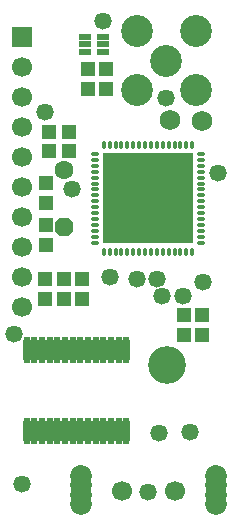
<source format=gbs>
%FSAX42Y42*%
%MOMM*%
G71*
G01*
G75*
G04 Layer_Color=16711935*
%ADD10R,1.10X1.00*%
%ADD11R,0.87X0.87*%
%ADD12R,1.00X1.10*%
%ADD13R,3.40X2.15*%
%ADD14R,1.05X2.15*%
%ADD15R,1.05X2.15*%
%ADD16R,1.70X1.25*%
%ADD17R,1.52X1.52*%
%ADD18P,1.65X8X202.5*%
%ADD19R,1.52X1.52*%
%ADD20P,1.65X8X292.5*%
%ADD21R,0.50X2.10*%
%ADD22C,0.25*%
%ADD23C,1.50*%
%ADD24R,1.50X1.50*%
%ADD25C,2.50*%
%ADD26C,1.52*%
%ADD27C,1.40*%
%ADD28P,1.52X8X112.5*%
%ADD29C,3.00*%
%ADD30C,1.65*%
%ADD31C,1.27*%
%ADD32O,0.80X0.28*%
%ADD33O,0.28X0.80*%
%ADD34R,7.65X7.65*%
%ADD35O,0.40X2.10*%
%ADD36R,0.80X0.35*%
%ADD37C,0.20*%
%ADD38C,0.25*%
%ADD39C,0.60*%
%ADD40R,1.80X1.80*%
%ADD41R,2.00X1.80*%
%ADD42R,1.80X2.00*%
%ADD43O,0.74X0.22*%
%ADD44O,0.22X0.74*%
%ADD45R,2.05X2.05*%
%ADD46R,1.30X1.20*%
%ADD47R,1.54X1.54*%
%ADD48R,1.20X1.30*%
%ADD49R,3.60X2.35*%
%ADD50R,1.25X2.35*%
%ADD51R,1.25X2.35*%
%ADD52R,1.90X1.45*%
%ADD53R,1.73X1.73*%
%ADD54P,1.87X8X202.5*%
%ADD55R,1.73X1.73*%
%ADD56P,1.87X8X292.5*%
%ADD57R,0.70X2.30*%
%ADD58C,1.70*%
%ADD59R,1.70X1.70*%
%ADD60C,2.70*%
%ADD61C,1.73*%
%ADD62C,1.60*%
%ADD63P,1.74X8X112.5*%
%ADD64C,3.20*%
%ADD65C,1.85*%
%ADD66C,1.47*%
%ADD67O,0.60X2.30*%
%ADD68R,1.00X0.55*%
D32*
X004307Y004910D02*
D03*
Y004960D02*
D03*
Y005010D02*
D03*
Y005060D02*
D03*
Y005110D02*
D03*
Y005160D02*
D03*
Y005210D02*
D03*
Y005260D02*
D03*
Y005310D02*
D03*
Y005360D02*
D03*
X004307Y005410D02*
D03*
X004307Y005460D02*
D03*
Y005510D02*
D03*
Y005560D02*
D03*
Y005610D02*
D03*
X004307Y005660D02*
D03*
X003407Y005660D02*
D03*
Y005610D02*
D03*
Y005560D02*
D03*
Y005510D02*
D03*
Y005460D02*
D03*
Y005410D02*
D03*
Y005360D02*
D03*
Y005310D02*
D03*
Y005260D02*
D03*
Y005210D02*
D03*
Y005160D02*
D03*
Y005110D02*
D03*
Y005060D02*
D03*
Y005010D02*
D03*
Y004960D02*
D03*
Y004910D02*
D03*
D33*
X004082Y004835D02*
D03*
X004132D02*
D03*
X004182D02*
D03*
X004232D02*
D03*
X004032D02*
D03*
X003982D02*
D03*
X003932D02*
D03*
X003882D02*
D03*
X003833D02*
D03*
X003783D02*
D03*
X003733D02*
D03*
X003683D02*
D03*
X003633D02*
D03*
X003583D02*
D03*
X003532D02*
D03*
X003483D02*
D03*
X004082Y005735D02*
D03*
X004132D02*
D03*
X004182D02*
D03*
X004232D02*
D03*
X004032D02*
D03*
X003982D02*
D03*
X003932D02*
D03*
X003882D02*
D03*
X003833D02*
D03*
X003783D02*
D03*
X003733D02*
D03*
X003683D02*
D03*
X003633D02*
D03*
X003583D02*
D03*
X003532D02*
D03*
X003483D02*
D03*
D34*
X003857Y005285D02*
D03*
D46*
X003191Y005690D02*
D03*
Y005843D02*
D03*
X003021D02*
D03*
Y005690D02*
D03*
D48*
X004166Y004131D02*
D03*
Y004301D02*
D03*
X004318D02*
D03*
Y004131D02*
D03*
X003302Y004606D02*
D03*
Y004436D02*
D03*
X003150Y004606D02*
D03*
Y004436D02*
D03*
X002989Y004606D02*
D03*
Y004436D02*
D03*
X002997Y004893D02*
D03*
Y005063D02*
D03*
Y005249D02*
D03*
Y005419D02*
D03*
X003353Y006214D02*
D03*
X003505D02*
D03*
Y006384D02*
D03*
X003353D02*
D03*
D58*
X003636Y002810D02*
D03*
X004086D02*
D03*
X002794Y004369D02*
D03*
Y004623D02*
D03*
Y004877D02*
D03*
Y005131D02*
D03*
Y005385D02*
D03*
Y005639D02*
D03*
Y005893D02*
D03*
Y006147D02*
D03*
Y006401D02*
D03*
D59*
X002794Y006655D02*
D03*
D60*
X004263Y006202D02*
D03*
X004013Y006452D02*
D03*
X004263Y006702D02*
D03*
X003763D02*
D03*
Y006202D02*
D03*
D61*
X004318Y005944D02*
D03*
X004046Y005946D02*
D03*
D62*
X003150Y005527D02*
D03*
D63*
X003150Y005039D02*
D03*
D64*
X004022Y003878D02*
D03*
D65*
X003291Y002693D02*
D03*
Y002773D02*
D03*
Y002855D02*
D03*
Y002933D02*
D03*
X004431Y002773D02*
D03*
Y002693D02*
D03*
Y002855D02*
D03*
Y002933D02*
D03*
D66*
X002790Y002865D02*
D03*
X003855Y002798D02*
D03*
X003953Y003295D02*
D03*
X004210Y003310D02*
D03*
X004155Y004460D02*
D03*
X004322Y004578D02*
D03*
X003845Y005325D02*
D03*
X003767Y004605D02*
D03*
X003972Y004455D02*
D03*
X003938Y004603D02*
D03*
X003535Y004622D02*
D03*
X003212Y005360D02*
D03*
X002988Y006020D02*
D03*
X003480Y006785D02*
D03*
X004010Y006138D02*
D03*
X004453Y005500D02*
D03*
X002725Y004140D02*
D03*
D67*
X003349Y003313D02*
D03*
X003414D02*
D03*
X003479D02*
D03*
X003544D02*
D03*
X003609D02*
D03*
X003674D02*
D03*
Y004003D02*
D03*
X003609D02*
D03*
X003544D02*
D03*
X003479D02*
D03*
X003414D02*
D03*
X003349D02*
D03*
X003284D02*
D03*
X003219D02*
D03*
X003154D02*
D03*
X003089D02*
D03*
X003024D02*
D03*
X002959D02*
D03*
X002894D02*
D03*
X002829D02*
D03*
Y003313D02*
D03*
X002894D02*
D03*
X002959D02*
D03*
X003024D02*
D03*
X003089D02*
D03*
X003154D02*
D03*
X003219D02*
D03*
X003284D02*
D03*
D68*
X003320Y006525D02*
D03*
Y006590D02*
D03*
X003480D02*
D03*
Y006525D02*
D03*
Y006655D02*
D03*
X003320D02*
D03*
M02*

</source>
